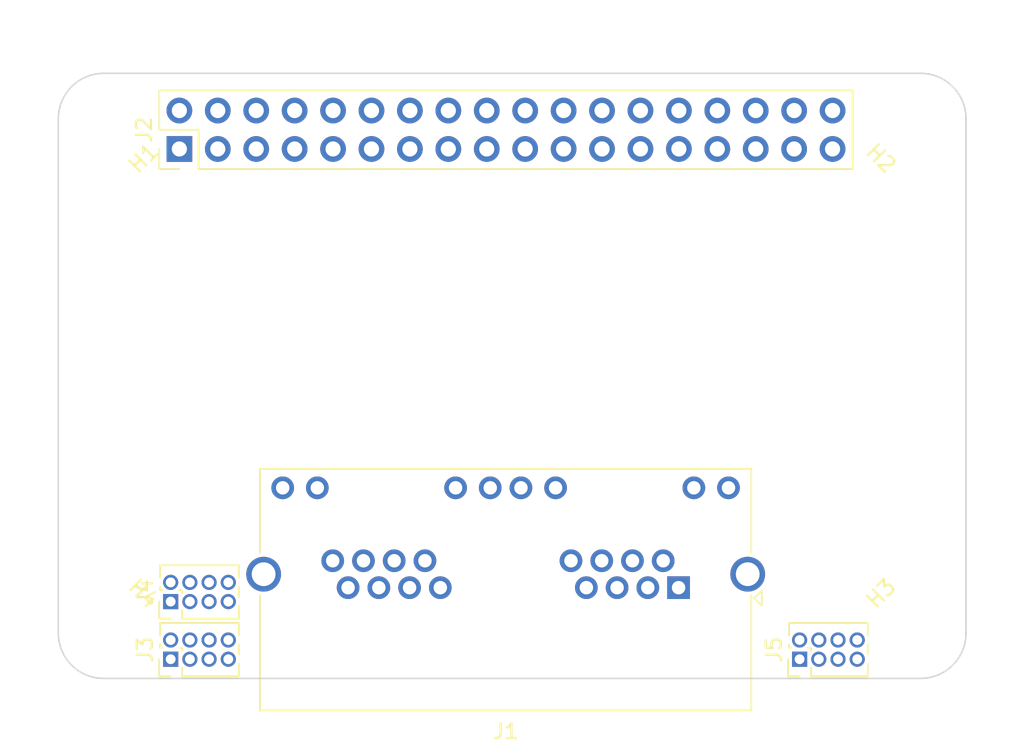
<source format=kicad_pcb>
(kicad_pcb (version 20210824) (generator pcbnew)
  (layers (0 "F.Cu" signal) (31 "B.Cu" signal) (34 "B.Paste" user) (35 "F.Paste" user) (36 "B.SilkS" user "B.Silkscreen") (37 "F.SilkS" user "F.Silkscreen") (38 "B.Mask" user) (39 "F.Mask" user) (44 "Edge.Cuts" user))
  (net 0 "")
  (net 26 "GND")
  (net 27 "+3V3")
  (net 28 "ACIN")
  (net 29 "VBAT")
  (net 30 "BAT_GND")
  (net 31 "BAT_NTC")
  (net 32 "~{RST}")
  (net 36 "UART0-TX")
  (net 37 "UART0-RX")
  (net 38 "GPIO1")
  (net 39 "UART1-TX")
  (net 40 "UART1-RX")
  (net 41 "I2C-SCL")
  (net 42 "I2C-SDA")
  (net 43 "GPIO3")
  (net 44 "GPIO2")
  (net 45 "UART2-TX")
  (net 46 "UART2-RX")
  (net 47 "GPIO4")
  (net 48 "SPI-CLK")
  (net 49 "SPI-CS")
  (net 50 "SPI-MOSI")
  (net 51 "SPI-MISO")
  (net 52 "CAN-TX")
  (net 53 "CAN-RX")
  (net 54 "GPIOA1")
  (net 55 "GPIOA2")
  (net 56 "GPIOA3")
  (net 57 "GPIOA4")
  (net 58 "GPIOA5")
  (net 59 "RGMII-RXCK")
  (net 60 "RGMII-RXCTL")
  (net 61 "RGMII-RX0")
  (net 62 "RGMII-RX1")
  (net 63 "RGMII-RX2")
  (net 64 "RGMII-RX3")
  (net 65 "RMII-MDC")
  (net 66 "RGMII-TXCK")
  (net 67 "RGMII-TXCTL")
  (net 68 "RGMII-TX0")
  (net 69 "RGMII-TX1")
  (net 70 "RGMII-TX2")
  (net 71 "RGMII-TX3")
  (net 72 "RMII-MDIO")
  (net 73 "EPHY-RX-")
  (net 74 "EPHY-RX+")
  (net 75 "EPHY-LINK")
  (net 76 "EPHY-SPD")
  (net 77 "EPHY-TX-")
  (net 78 "EPHY-TX+")
  (footprint "Connector_PinHeader_2.54mm:PinHeader_2x18_P2.54mm_Vertical" (layer "F.Cu") (at 108 65 90)
    (fp_text reference "J2" (at 1.27 -2.33 90) (layer "F.SilkS"))
    (fp_text value "Conn_02x18_Odd_Even")
    (fp_line (start 1.27 1.27) (end 1.27 -1.33) (layer "F.SilkS") (width 0.12))
    (fp_line (start -1.33 1.27) (end -1.33 44.51) (layer "F.SilkS") (width 0.12))
    (fp_line (start -1.33 -1.33) (end 0 -1.33) (layer "F.SilkS") (width 0.12))
    (fp_line (start 1.27 -1.33) (end 3.87 -1.33) (layer "F.SilkS") (width 0.12))
    (fp_line (start -1.33 1.27) (end 1.27 1.27) (layer "F.SilkS") (width 0.12))
    (fp_line (start -1.33 44.51) (end 3.87 44.51) (layer "F.SilkS") (width 0.12))
    (fp_line (start 3.87 -1.33) (end 3.87 44.51) (layer "F.SilkS") (width 0.12))
    (fp_line (start -1.33 0) (end -1.33 -1.33) (layer "F.SilkS") (width 0.12))
    (pad "1" thru_hole rect locked (at 0 0 90) (size 1.7 1.7) (drill 1) (layers *.Cu *.Mask) (net 26 "GND"))
    (pad "2" thru_hole oval locked (at 2.54 0 90) (size 1.7 1.7) (drill 1) (layers *.Cu *.Mask) (net 27 "+3V3"))
    (pad "3" thru_hole oval locked (at 0 2.54 90) (size 1.7 1.7) (drill 1) (layers *.Cu *.Mask) (net 28 "ACIN"))
    (pad "4" thru_hole oval locked (at 2.54 2.54 90) (size 1.7 1.7) (drill 1) (layers *.Cu *.Mask) (net 29 "VBAT"))
    (pad "5" thru_hole oval locked (at 0 5.08 90) (size 1.7 1.7) (drill 1) (layers *.Cu *.Mask) (net 30 "BAT_GND"))
    (pad "6" thru_hole oval locked (at 2.54 5.08 90) (size 1.7 1.7) (drill 1) (layers *.Cu *.Mask) (net 31 "BAT_NTC"))
    (pad "7" thru_hole oval locked (at 0 7.62 90) (size 1.7 1.7) (drill 1) (layers *.Cu *.Mask) (net 32 "~{RST}"))
    (pad "8" thru_hole oval locked (at 2.54 7.62 90) (size 1.7 1.7) (drill 1) (layers *.Cu *.Mask))
    (pad "9" thru_hole oval locked (at 0 10.16 90) (size 1.7 1.7) (drill 1) (layers *.Cu *.Mask))
    (pad "10" thru_hole oval locked (at 2.54 10.16 90) (size 1.7 1.7) (drill 1) (layers *.Cu *.Mask))
    (pad "11" thru_hole oval locked (at 0 12.7 90) (size 1.7 1.7) (drill 1) (layers *.Cu *.Mask) (net 36 "UART0-TX"))
    (pad "12" thru_hole oval locked (at 2.54 12.7 90) (size 1.7 1.7) (drill 1) (layers *.Cu *.Mask) (net 37 "UART0-RX"))
    (pad "13" thru_hole oval locked (at 0 15.24 90) (size 1.7 1.7) (drill 1) (layers *.Cu *.Mask) (net 38 "GPIO1"))
    (pad "14" thru_hole oval locked (at 2.54 15.24 90) (size 1.7 1.7) (drill 1) (layers *.Cu *.Mask) (net 26 "GND"))
    (pad "15" thru_hole oval locked (at 0 17.78 90) (size 1.7 1.7) (drill 1) (layers *.Cu *.Mask) (net 39 "UART1-TX"))
    (pad "16" thru_hole oval locked (at 2.54 17.78 90) (size 1.7 1.7) (drill 1) (layers *.Cu *.Mask) (net 40 "UART1-RX"))
    (pad "17" thru_hole oval locked (at 0 20.32 90) (size 1.7 1.7) (drill 1) (layers *.Cu *.Mask) (net 41 "I2C-SCL"))
    (pad "18" thru_hole oval locked (at 2.54 20.32 90) (size 1.7 1.7) (drill 1) (layers *.Cu *.Mask) (net 42 "I2C-SDA"))
    (pad "19" thru_hole oval locked (at 0 22.86 90) (size 1.7 1.7) (drill 1) (layers *.Cu *.Mask) (net 43 "GPIO3"))
    (pad "20" thru_hole oval locked (at 2.54 22.86 90) (size 1.7 1.7) (drill 1) (layers *.Cu *.Mask) (net 44 "GPIO2"))
    (pad "21" thru_hole oval locked (at 0 25.4 90) (size 1.7 1.7) (drill 1) (layers *.Cu *.Mask) (net 45 "UART2-TX"))
    (pad "22" thru_hole oval locked (at 2.54 25.4 90) (size 1.7 1.7) (drill 1) (layers *.Cu *.Mask) (net 46 "UART2-RX"))
    (pad "23" thru_hole oval locked (at 0 27.94 90) (size 1.7 1.7) (drill 1) (layers *.Cu *.Mask) (net 26 "GND"))
    (pad "24" thru_hole oval locked (at 2.54 27.94 90) (size 1.7 1.7) (drill 1) (layers *.Cu *.Mask) (net 47 "GPIO4"))
    (pad "25" thru_hole oval locked (at 0 30.48 90) (size 1.7 1.7) (drill 1) (layers *.Cu *.Mask) (net 48 "SPI-CLK"))
    (pad "26" thru_hole oval locked (at 2.54 30.48 90) (size 1.7 1.7) (drill 1) (layers *.Cu *.Mask) (net 49 "SPI-CS"))
    (pad "27" thru_hole oval locked (at 0 33.02 90) (size 1.7 1.7) (drill 1) (layers *.Cu *.Mask) (net 50 "SPI-MOSI"))
    (pad "28" thru_hole oval locked (at 2.54 33.02 90) (size 1.7 1.7) (drill 1) (layers *.Cu *.Mask) (net 51 "SPI-MISO"))
    (pad "29" thru_hole oval locked (at 0 35.56 90) (size 1.7 1.7) (drill 1) (layers *.Cu *.Mask) (net 52 "CAN-TX"))
    (pad "30" thru_hole oval locked (at 2.54 35.56 90) (size 1.7 1.7) (drill 1) (layers *.Cu *.Mask) (net 53 "CAN-RX"))
    (pad "31" thru_hole oval locked (at 0 38.1 90) (size 1.7 1.7) (drill 1) (layers *.Cu *.Mask) (net 54 "GPIOA1"))
    (pad "32" thru_hole oval locked (at 2.54 38.1 90) (size 1.7 1.7) (drill 1) (layers *.Cu *.Mask) (net 55 "GPIOA2"))
    (pad "33" thru_hole oval locked (at 0 40.64 90) (size 1.7 1.7) (drill 1) (layers *.Cu *.Mask) (net 56 "GPIOA3"))
    (pad "34" thru_hole oval locked (at 2.54 40.64 90) (size 1.7 1.7) (drill 1) (layers *.Cu *.Mask) (net 57 "GPIOA4"))
    (pad "35" thru_hole oval locked (at 0 43.18 90) (size 1.7 1.7) (drill 1) (layers *.Cu *.Mask) (net 58 "GPIOA5"))
    (pad "36" thru_hole oval locked (at 2.54 43.18 90) (size 1.7 1.7) (drill 1) (layers *.Cu *.Mask) (net 26 "GND"))
  )
  (footprint "MountingHole:MountingHole_2.7mm_M2.5" (layer "F.Cu") (at 103 63 -135)
    (fp_text reference "H1" (at 0 -3.7 45) (layer "F.SilkS"))
    (fp_text value "MountingHole")
    (pad "" np_thru_hole circle locked (at 0 0 225) (size 2.7 2.7) (drill 2.7) (layers *.Cu *.Mask))
  )
  (footprint "Connector_RJ:RJ45_Amphenol_RJHSE538X-02" (layer "F.Cu") (at 141 94 180)
    (fp_text reference "J1" (at 11.43 -9.5) (layer "F.SilkS"))
    (fp_text value "RJ45_LED_Shielded_x2")
    (fp_line (start -4.805 -8.11) (end -4.805 -0.5) (layer "F.SilkS") (width 0.12))
    (fp_line (start -5.5 -1.2) (end -5 -0.7) (layer "F.SilkS") (width 0.12))
    (fp_line (start 27.675 -8.11) (end 27.675 -0.5) (layer "F.SilkS") (width 0.12))
    (fp_line (start -5 -0.7) (end -5.5 -0.2) (layer "F.SilkS") (width 0.12))
    (fp_line (start -4.805 7.86) (end -4.805 2.3) (layer "F.SilkS") (width 0.12))
    (fp_line (start -5.5 -0.2) (end -5.5 -1.2) (layer "F.SilkS") (width 0.12))
    (fp_line (start -4.805 -8.11) (end 27.675 -8.11) (layer "F.SilkS") (width 0.12))
    (fp_line (start 27.675 7.815) (end 27.675 2.3) (layer "F.SilkS") (width 0.12))
    (fp_line (start -4.805 7.86) (end 27.675 7.86) (layer "F.SilkS") (width 0.12))
    (pad "" np_thru_hole circle locked (at -2.79 -2.54 180) (size 3.25 3.25) (drill 3.25) (layers *.Cu *.Mask))
    (pad "" np_thru_hole circle locked (at 25.66 -2.54 180) (size 3.25 3.25) (drill 3.25) (layers *.Cu *.Mask))
    (pad "1" thru_hole rect locked (at 0 0 180) (size 1.5 1.5) (drill 0.89) (layers *.Cu *.Mask))
    (pad "2" thru_hole circle locked (at 1.016 1.78 180) (size 1.5 1.5) (drill 0.89) (layers *.Cu *.Mask))
    (pad "3" thru_hole circle locked (at 2.032 0 180) (size 1.5 1.5) (drill 0.89) (layers *.Cu *.Mask))
    (pad "4" thru_hole circle locked (at 3.048 1.78 180) (size 1.5 1.5) (drill 0.89) (layers *.Cu *.Mask))
    (pad "5" thru_hole circle locked (at 4.064 0 180) (size 1.5 1.5) (drill 0.89) (layers *.Cu *.Mask))
    (pad "6" thru_hole circle locked (at 5.08 1.78 180) (size 1.5 1.5) (drill 0.89) (layers *.Cu *.Mask))
    (pad "7" thru_hole circle locked (at 6.096 0 180) (size 1.5 1.5) (drill 0.89) (layers *.Cu *.Mask))
    (pad "8" thru_hole circle locked (at 7.112 1.78 180) (size 1.5 1.5) (drill 0.89) (layers *.Cu *.Mask))
    (pad "9" thru_hole circle locked (at -3.3 6.6 180) (size 1.5 1.5) (drill 0.89) (layers *.Cu *.Mask))
    (pad "10" thru_hole circle locked (at -1.01 6.6 180) (size 1.5 1.5) (drill 0.89) (layers *.Cu *.Mask))
    (pad "11" thru_hole circle locked (at 8.13 6.6 180) (size 1.5 1.5) (drill 0.89) (layers *.Cu *.Mask))
    (pad "12" thru_hole circle locked (at 10.42 6.6 180) (size 1.5 1.5) (drill 0.89) (layers *.Cu *.Mask))
    (pad "13" thru_hole circle locked (at 15.75 0 180) (size 1.5 1.5) (drill 0.89) (layers *.Cu *.Mask))
    (pad "14" thru_hole circle locked (at 16.766 1.78 180) (size 1.5 1.5) (drill 0.89) (layers *.Cu *.Mask))
    (pad "15" thru_hole circle locked (at 17.782 0 180) (size 1.5 1.5) (drill 0.89) (layers *.Cu *.Mask))
    (pad "16" thru_hole circle locked (at 18.798 1.78 180) (size 1.5 1.5) (drill 0.89) (layers *.Cu *.Mask))
    (pad "17" thru_hole circle locked (at 19.814 0 180) (size 1.5 1.5) (drill 0.89) (layers *.Cu *.Mask))
    (pad "18" thru_hole circle locked (at 20.83 1.78 180) (size 1.5 1.5) (drill 0.89) (layers *.Cu *.Mask))
    (pad "19" thru_hole circle locked (at 21.846 0 180) (size 1.5 1.5) (drill 0.89) (layers *.Cu *.Mask))
    (pad "20" thru_hole circle locked (at 22.862 1.78 180) (size 1.5 1.5) (drill 0.89) (layers *.Cu *.Mask))
    (pad "21" thru_hole circle locked (at 12.45 6.6 180) (size 1.5 1.5) (drill 0.89) (layers *.Cu *.Mask))
    (pad "22" thru_hole circle locked (at 14.74 6.6 180) (size 1.5 1.5) (drill 0.89) (layers *.Cu *.Mask))
    (pad "23" thru_hole circle locked (at 23.88 6.6 180) (size 1.5 1.5) (drill 0.89) (layers *.Cu *.Mask))
    (pad "24" thru_hole circle locked (at 26.17 6.6 180) (size 1.5 1.5) (drill 0.89) (layers *.Cu *.Mask))
    (pad "SH" thru_hole circle locked (at -4.57 0.89 180) (size 2.3 2.3) (drill 1.57) (layers *.Cu *.Mask))
    (pad "SH" thru_hole circle locked (at 27.43 0.89 180) (size 2.3 2.3) (drill 1.57) (layers *.Cu *.Mask))
  )
  (footprint "Connector_PinHeader_1.27mm:PinHeader_2x04_P1.27mm_Vertical" (layer "F.Cu") (at 149 98.73 90)
    (fp_text reference "J5" (at 0.635 -1.695 90) (layer "F.SilkS"))
    (fp_text value "Conn_01x08")
    (fp_line (start -1.13 0) (end -1.13 -0.76) (layer "F.SilkS") (width 0.12))
    (fp_line (start -1.13 0.76) (end -0.563471 0.76) (layer "F.SilkS") (width 0.12))
    (fp_line (start 1.57753 4.505) (end 2.4 4.505) (layer "F.SilkS") (width 0.12))
    (fp_line (start 2.4 -0.695) (end 2.4 4.505) (layer "F.SilkS") (width 0.12))
    (fp_line (start -1.13 -0.76) (end 0 -0.76) (layer "F.SilkS") (width 0.12))
    (fp_line (start 1.57753 -0.695) (end 2.4 -0.695) (layer "F.SilkS") (width 0.12))
    (fp_line (start -1.13 0.76) (end -1.13 4.505) (layer "F.SilkS") (width 0.12))
    (fp_line (start 0.76 -0.695) (end 0.96247 -0.695) (layer "F.SilkS") (width 0.12))
    (fp_line (start -1.13 4.505) (end -0.30753 4.505) (layer "F.SilkS") (width 0.12))
    (fp_line (start 0.30753 4.505) (end 0.96247 4.505) (layer "F.SilkS") (width 0.12))
    (fp_line (start 0.76 0.706529) (end 0.76 0.563471) (layer "F.SilkS") (width 0.12))
    (fp_line (start 0.563471 0.76) (end 0.706529 0.76) (layer "F.SilkS") (width 0.12))
    (fp_line (start 0.76 -0.563471) (end 0.76 -0.695) (layer "F.SilkS") (width 0.12))
    (pad "1" thru_hole rect locked (at 0 0 90) (size 1 1) (drill 0.65) (layers *.Cu *.Mask) (net 73 "EPHY-RX-"))
    (pad "2" thru_hole oval locked (at 1.27 0 90) (size 1 1) (drill 0.65) (layers *.Cu *.Mask) (net 74 "EPHY-RX+"))
    (pad "3" thru_hole oval locked (at 0 1.27 90) (size 1 1) (drill 0.65) (layers *.Cu *.Mask) (net 26 "GND"))
    (pad "4" thru_hole oval locked (at 1.27 1.27 90) (size 1 1) (drill 0.65) (layers *.Cu *.Mask) (net 75 "EPHY-LINK"))
    (pad "5" thru_hole oval locked (at 0 2.54 90) (size 1 1) (drill 0.65) (layers *.Cu *.Mask) (net 76 "EPHY-SPD"))
    (pad "6" thru_hole oval locked (at 1.27 2.54 90) (size 1 1) (drill 0.65) (layers *.Cu *.Mask) (net 26 "GND"))
    (pad "7" thru_hole oval locked (at 0 3.81 90) (size 1 1) (drill 0.65) (layers *.Cu *.Mask) (net 77 "EPHY-TX-"))
    (pad "8" thru_hole oval locked (at 1.27 3.81 90) (size 1 1) (drill 0.65) (layers *.Cu *.Mask) (net 78 "EPHY-TX+"))
  )
  (footprint "MountingHole:MountingHole_2.7mm_M2.5" (layer "F.Cu") (at 103 97 -45)
    (fp_text reference "H4" (at 0 -3.7 135) (layer "F.SilkS"))
    (fp_text value "MountingHole")
    (pad "" np_thru_hole circle locked (at 0 0 315) (size 2.7 2.7) (drill 2.7) (layers *.Cu *.Mask))
  )
  (footprint "MountingHole:MountingHole_2.7mm_M2.5" (layer "F.Cu") (at 157 63 135)
    (fp_text reference "H2" (at 0 -3.7 135) (layer "F.SilkS"))
    (fp_text value "MountingHole")
    (pad "" np_thru_hole circle locked (at 0 0 135) (size 2.7 2.7) (drill 2.7) (layers *.Cu *.Mask))
  )
  (footprint "Connector_PinHeader_1.27mm:PinHeader_2x04_P1.27mm_Vertical" (layer "F.Cu") (at 107.425 98.73 90)
    (fp_text reference "J3" (at 0.635 -1.695 90) (layer "F.SilkS"))
    (fp_text value "Conn_01x08")
    (fp_line (start -1.13 0.76) (end -0.563471 0.76) (layer "F.SilkS") (width 0.12))
    (fp_line (start -1.13 0) (end -1.13 -0.76) (layer "F.SilkS") (width 0.12))
    (fp_line (start 0.563471 0.76) (end 0.706529 0.76) (layer "F.SilkS") (width 0.12))
    (fp_line (start -1.13 4.505) (end -0.30753 4.505) (layer "F.SilkS") (width 0.12))
    (fp_line (start 2.4 -0.695) (end 2.4 4.505) (layer "F.SilkS") (width 0.12))
    (fp_line (start 1.57753 4.505) (end 2.4 4.505) (layer "F.SilkS") (width 0.12))
    (fp_line (start 0.76 0.706529) (end 0.76 0.563471) (layer "F.SilkS") (width 0.12))
    (fp_line (start -1.13 -0.76) (end 0 -0.76) (layer "F.SilkS") (width 0.12))
    (fp_line (start 0.76 -0.563471) (end 0.76 -0.695) (layer "F.SilkS") (width 0.12))
    (fp_line (start 0.30753 4.505) (end 0.96247 4.505) (layer "F.SilkS") (width 0.12))
    (fp_line (start -1.13 0.76) (end -1.13 4.505) (layer "F.SilkS") (width 0.12))
    (fp_line (start 0.76 -0.695) (end 0.96247 -0.695) (layer "F.SilkS") (width 0.12))
    (fp_line (start 1.57753 -0.695) (end 2.4 -0.695) (layer "F.SilkS") (width 0.12))
    (pad "1" thru_hole rect locked (at 0 0 90) (size 1 1) (drill 0.65) (layers *.Cu *.Mask) (net 26 "GND"))
    (pad "2" thru_hole oval locked (at 1.27 0 90) (size 1 1) (drill 0.65) (layers *.Cu *.Mask) (net 59 "RGMII-RXCK"))
    (pad "3" thru_hole oval locked (at 0 1.27 90) (size 1 1) (drill 0.65) (layers *.Cu *.Mask) (net 60 "RGMII-RXCTL"))
    (pad "4" thru_hole oval locked (at 1.27 1.27 90) (size 1 1) (drill 0.65) (layers *.Cu *.Mask) (net 61 "RGMII-RX0"))
    (pad "5" thru_hole oval locked (at 0 2.54 90) (size 1 1) (drill 0.65) (layers *.Cu *.Mask) (net 62 "RGMII-RX1"))
    (pad "6" thru_hole oval locked (at 1.27 2.54 90) (size 1 1) (drill 0.65) (layers *.Cu *.Mask) (net 63 "RGMII-RX2"))
    (pad "7" thru_hole oval locked (at 0 3.81 90) (size 1 1) (drill 0.65) (layers *.Cu *.Mask) (net 64 "RGMII-RX3"))
    (pad "8" thru_hole oval locked (at 1.27 3.81 90) (size 1 1) (drill 0.65) (layers *.Cu *.Mask) (net 65 "RMII-MDC"))
  )
  (footprint "Connector_PinHeader_1.27mm:PinHeader_2x04_P1.27mm_Vertical" (layer "F.Cu") (at 107.425 94.92 90)
    (fp_text reference "J4" (at 0.635 -1.695 90) (layer "F.SilkS"))
    (fp_text value "Conn_01x08")
    (fp_line (start 0.30753 4.505) (end 0.96247 4.505) (layer "F.SilkS") (width 0.12))
    (fp_line (start 0.76 -0.695) (end 0.96247 -0.695) (layer "F.SilkS") (width 0.12))
    (fp_line (start 0.563471 0.76) (end 0.706529 0.76) (layer "F.SilkS") (width 0.12))
    (fp_line (start -1.13 0.76) (end -0.563471 0.76) (layer "F.SilkS") (width 0.12))
    (fp_line (start 1.57753 -0.695) (end 2.4 -0.695) (layer "F.SilkS") (width 0.12))
    (fp_line (start -1.13 0.76) (end -1.13 4.505) (layer "F.SilkS") (width 0.12))
    (fp_line (start 0.76 -0.563471) (end 0.76 -0.695) (layer "F.SilkS") (width 0.12))
    (fp_line (start -1.13 4.505) (end -0.30753 4.505) (layer "F.SilkS") (width 0.12))
    (fp_line (start 1.57753 4.505) (end 2.4 4.505) (layer "F.SilkS") (width 0.12))
    (fp_line (start 2.4 -0.695) (end 2.4 4.505) (layer "F.SilkS") (width 0.12))
    (fp_line (start -1.13 0) (end -1.13 -0.76) (layer "F.SilkS") (width 0.12))
    (fp_line (start -1.13 -0.76) (end 0 -0.76) (layer "F.SilkS") (width 0.12))
    (fp_line (start 0.76 0.706529) (end 0.76 0.563471) (layer "F.SilkS") (width 0.12))
    (pad "1" thru_hole rect locked (at 0 0 90) (size 1 1) (drill 0.65) (layers *.Cu *.Mask) (net 26 "GND"))
    (pad "2" thru_hole oval locked (at 1.27 0 90) (size 1 1) (drill 0.65) (layers *.Cu *.Mask) (net 66 "RGMII-TXCK"))
    (pad "3" thru_hole oval locked (at 0 1.27 90) (size 1 1) (drill 0.65) (layers *.Cu *.Mask) (net 67 "RGMII-TXCTL"))
    (pad "4" thru_hole oval locked (at 1.27 1.27 90) (size 1 1) (drill 0.65) (layers *.Cu *.Mask) (net 68 "RGMII-TX0"))
    (pad "5" thru_hole oval locked (at 0 2.54 90) (size 1 1) (drill 0.65) (layers *.Cu *.Mask) (net 69 "RGMII-TX1"))
    (pad "6" thru_hole oval locked (at 1.27 2.54 90) (size 1 1) (drill 0.65) (layers *.Cu *.Mask) (net 70 "RGMII-TX2"))
    (pad "7" thru_hole oval locked (at 0 3.81 90) (size 1 1) (drill 0.65) (layers *.Cu *.Mask) (net 71 "RGMII-TX3"))
    (pad "8" thru_hole oval locked (at 1.27 3.81 90) (size 1 1) (drill 0.65) (layers *.Cu *.Mask) (net 72 "RMII-MDIO"))
  )
  (footprint "MountingHole:MountingHole_2.7mm_M2.5" (layer "F.Cu") (at 157 97 45)
    (fp_text reference "H3" (at 0 -3.7 45) (layer "F.SilkS"))
    (fp_text value "MountingHole")
    (pad "" np_thru_hole circle locked (at 0 0 45) (size 2.7 2.7) (drill 2.7) (layers *.Cu *.Mask))
  )
  (gr_arc (start 157 97) (end 160 96.999999) (angle 90.0000191) (layer "Edge.Cuts") (width 0.1))
  (gr_line (start 100 97) (end 100 63) (layer "Edge.Cuts") (width 0.1))
  (gr_arc (start 103 63) (end 103 60) (angle -90) (layer "Edge.Cuts") (width 0.1))
  (gr_line (start 103 100) (end 157 100) (layer "Edge.Cuts") (width 0.1))
  (gr_line (start 157 60) (end 103 60) (layer "Edge.Cuts") (width 0.1))
  (gr_arc (start 157 63) (end 157 60) (angle 90) (layer "Edge.Cuts") (width 0.1))
  (gr_arc (start 103 97) (end 100 97) (angle -90) (layer "Edge.Cuts") (width 0.1))
  (gr_line (start 160 63) (end 160 96.999999) (layer "Edge.Cuts") (width 0.1))
)
</source>
